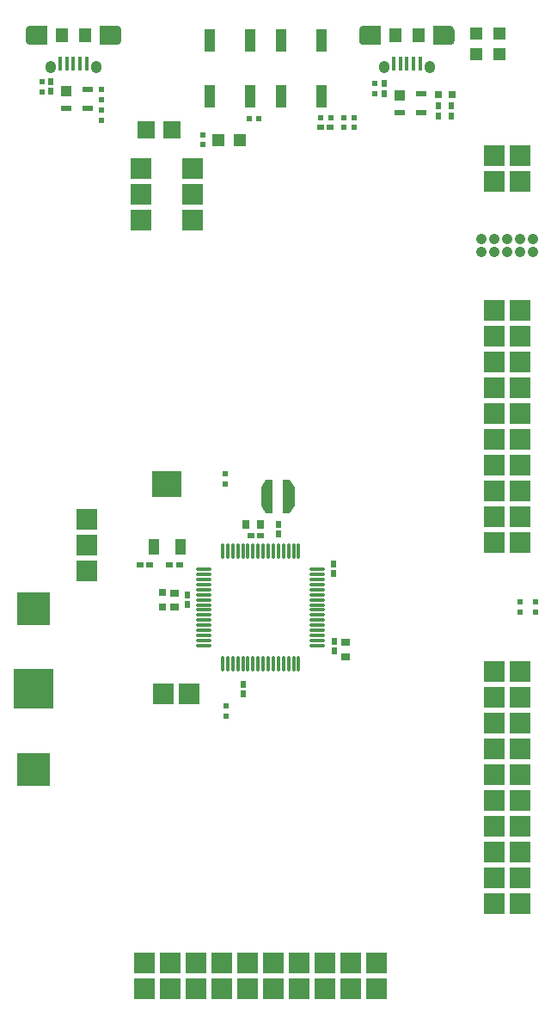
<source format=gtp>
G04 Layer_Color=8421504*
%FSLAX43Y43*%
%MOMM*%
G71*
G01*
G75*
%ADD13R,0.400X1.350*%
%ADD14R,3.200X3.200*%
%ADD15R,4.000X4.000*%
%ADD16R,1.000X2.250*%
%ADD17R,1.000X1.600*%
%ADD18R,3.000X2.500*%
%ADD19O,0.300X1.650*%
%ADD20O,1.650X0.300*%
%ADD21R,1.200X1.200*%
%ADD22R,1.100X0.600*%
%ADD23R,1.100X1.000*%
%ADD24R,0.700X3.300*%
%ADD28R,0.500X0.650*%
%ADD29R,0.550X0.600*%
%ADD30R,0.850X0.800*%
%ADD31R,0.600X0.550*%
%ADD32R,0.650X0.500*%
%ADD33R,0.700X0.700*%
%ADD34R,1.200X1.200*%
%ADD35R,0.700X0.700*%
%ADD36R,0.800X0.850*%
G04:AMPARAMS|DCode=105|XSize=2.1mm|YSize=1.9mm|CornerRadius=0.494mm|HoleSize=0mm|Usage=FLASHONLY|Rotation=180.000|XOffset=0mm|YOffset=0mm|HoleType=Round|Shape=RoundedRectangle|*
%AMROUNDEDRECTD105*
21,1,2.100,0.912,0,0,180.0*
21,1,1.112,1.900,0,0,180.0*
1,1,0.988,-0.556,0.456*
1,1,0.988,0.556,0.456*
1,1,0.988,0.556,-0.456*
1,1,0.988,-0.556,-0.456*
%
%ADD105ROUNDEDRECTD105*%
G04:AMPARAMS|DCode=106|XSize=1.05mm|YSize=1.25mm|CornerRadius=0.525mm|HoleSize=0mm|Usage=FLASHONLY|Rotation=180.000|XOffset=0mm|YOffset=0mm|HoleType=Round|Shape=RoundedRectangle|*
%AMROUNDEDRECTD106*
21,1,1.050,0.200,0,0,180.0*
21,1,0.000,1.250,0,0,180.0*
1,1,1.050,0.000,0.100*
1,1,1.050,0.000,0.100*
1,1,1.050,0.000,-0.100*
1,1,1.050,0.000,-0.100*
%
%ADD106ROUNDEDRECTD106*%
%ADD107R,2.100X2.100*%
%ADD108R,2.100X2.100*%
%ADD109C,1.050*%
%ADD110R,1.700X1.700*%
%ADD111R,1.300X1.400*%
G36*
X-51034Y-2625D02*
X-52634D01*
X-52682Y-2621D01*
X-52735Y-2614D01*
X-52788Y-2599D01*
X-52831Y-2583D01*
X-52873Y-2563D01*
X-52917Y-2535D01*
X-52955Y-2506D01*
X-52994Y-2472D01*
X-53023Y-2436D01*
X-53051Y-2399D01*
X-53075Y-2358D01*
X-53095Y-2316D01*
X-53111Y-2274D01*
X-53123Y-2223D01*
X-53130Y-2178D01*
X-53134Y-2125D01*
Y-1225D01*
X-53130Y-1170D01*
X-53122Y-1125D01*
X-53110Y-1075D01*
X-53094Y-1035D01*
X-53081Y-1002D01*
X-53056Y-959D01*
X-53030Y-922D01*
X-52999Y-884D01*
X-52954Y-843D01*
X-52914Y-813D01*
X-52868Y-784D01*
X-52815Y-760D01*
X-52728Y-734D01*
X-52634Y-725D01*
X-51034D01*
Y-2625D01*
D02*
G37*
G36*
X-26650Y-46175D02*
Y-47975D01*
X-27100Y-48725D01*
X-27800D01*
Y-45425D01*
X-27100D01*
X-26650Y-46175D01*
D02*
G37*
G36*
X-28800Y-48725D02*
X-29500D01*
X-29950Y-47975D01*
Y-46175D01*
X-29500Y-45425D01*
X-28800D01*
Y-48725D01*
D02*
G37*
G36*
X-11352Y-729D02*
X-11299Y-736D01*
X-11246Y-751D01*
X-11203Y-767D01*
X-11161Y-787D01*
X-11117Y-815D01*
X-11079Y-844D01*
X-11040Y-878D01*
X-11011Y-914D01*
X-10983Y-951D01*
X-10959Y-992D01*
X-10939Y-1034D01*
X-10923Y-1076D01*
X-10911Y-1127D01*
X-10904Y-1172D01*
X-10900Y-1225D01*
Y-2125D01*
X-10904Y-2180D01*
X-10912Y-2225D01*
X-10924Y-2275D01*
X-10940Y-2315D01*
X-10953Y-2348D01*
X-10978Y-2391D01*
X-11004Y-2428D01*
X-11035Y-2466D01*
X-11080Y-2507D01*
X-11120Y-2537D01*
X-11166Y-2566D01*
X-11219Y-2590D01*
X-11306Y-2616D01*
X-11400Y-2625D01*
X-13000D01*
Y-725D01*
X-11400D01*
X-11352Y-729D01*
D02*
G37*
G36*
X-18200Y-2625D02*
X-19800D01*
X-19848Y-2621D01*
X-19901Y-2614D01*
X-19954Y-2599D01*
X-19997Y-2583D01*
X-20039Y-2563D01*
X-20083Y-2535D01*
X-20121Y-2506D01*
X-20160Y-2472D01*
X-20189Y-2436D01*
X-20217Y-2399D01*
X-20241Y-2358D01*
X-20261Y-2316D01*
X-20277Y-2274D01*
X-20289Y-2223D01*
X-20296Y-2178D01*
X-20300Y-2125D01*
Y-1225D01*
X-20296Y-1170D01*
X-20288Y-1125D01*
X-20276Y-1075D01*
X-20260Y-1035D01*
X-20247Y-1002D01*
X-20222Y-959D01*
X-20196Y-922D01*
X-20165Y-884D01*
X-20120Y-843D01*
X-20080Y-813D01*
X-20034Y-784D01*
X-19981Y-760D01*
X-19894Y-734D01*
X-19800Y-725D01*
X-18200D01*
Y-2625D01*
D02*
G37*
G36*
X-44186Y-729D02*
X-44133Y-736D01*
X-44080Y-751D01*
X-44037Y-767D01*
X-43995Y-787D01*
X-43951Y-815D01*
X-43913Y-844D01*
X-43874Y-878D01*
X-43845Y-914D01*
X-43817Y-951D01*
X-43793Y-992D01*
X-43773Y-1034D01*
X-43757Y-1076D01*
X-43745Y-1127D01*
X-43738Y-1172D01*
X-43734Y-1225D01*
Y-2125D01*
X-43738Y-2180D01*
X-43746Y-2225D01*
X-43758Y-2275D01*
X-43774Y-2315D01*
X-43787Y-2348D01*
X-43812Y-2391D01*
X-43838Y-2428D01*
X-43869Y-2466D01*
X-43914Y-2507D01*
X-43954Y-2537D01*
X-44000Y-2566D01*
X-44053Y-2590D01*
X-44140Y-2616D01*
X-44234Y-2625D01*
X-45834D01*
Y-725D01*
X-44234D01*
X-44186Y-729D01*
D02*
G37*
D13*
X-48434Y-4475D02*
D03*
X-47784D02*
D03*
X-49734D02*
D03*
X-49084D02*
D03*
X-47134D02*
D03*
X-15600D02*
D03*
X-14950D02*
D03*
X-16900D02*
D03*
X-16250D02*
D03*
X-14300D02*
D03*
D14*
X-52375Y-73940D02*
D03*
Y-58140D02*
D03*
D15*
Y-66040D02*
D03*
D16*
X-28000Y-7650D02*
D03*
Y-2150D02*
D03*
X-24000D02*
D03*
Y-7650D02*
D03*
X-35000D02*
D03*
Y-2150D02*
D03*
X-31000D02*
D03*
Y-7650D02*
D03*
D17*
X-37925Y-52075D02*
D03*
X-40525D02*
D03*
D18*
X-39225Y-45825D02*
D03*
D19*
X-33750Y-52425D02*
D03*
X-33250D02*
D03*
X-32750D02*
D03*
X-32250D02*
D03*
X-31750D02*
D03*
X-31250D02*
D03*
X-30750D02*
D03*
X-30250D02*
D03*
X-29750D02*
D03*
X-29250D02*
D03*
X-28750D02*
D03*
X-28250D02*
D03*
X-27750D02*
D03*
X-27250D02*
D03*
X-26750D02*
D03*
X-26250D02*
D03*
Y-63575D02*
D03*
X-26750D02*
D03*
X-27250D02*
D03*
X-27750D02*
D03*
X-28250D02*
D03*
X-28750D02*
D03*
X-29250D02*
D03*
X-29750D02*
D03*
X-30250D02*
D03*
X-30750D02*
D03*
X-31250D02*
D03*
X-31750D02*
D03*
X-32250D02*
D03*
X-32750D02*
D03*
X-33250D02*
D03*
X-33750D02*
D03*
D20*
X-24425Y-54250D02*
D03*
Y-54750D02*
D03*
Y-56250D02*
D03*
Y-56750D02*
D03*
Y-57250D02*
D03*
Y-57750D02*
D03*
Y-58250D02*
D03*
Y-58750D02*
D03*
Y-59250D02*
D03*
Y-59750D02*
D03*
Y-60250D02*
D03*
Y-60750D02*
D03*
Y-61250D02*
D03*
Y-61750D02*
D03*
X-35575D02*
D03*
Y-61250D02*
D03*
Y-60750D02*
D03*
Y-60250D02*
D03*
Y-59750D02*
D03*
Y-59250D02*
D03*
Y-58750D02*
D03*
Y-58250D02*
D03*
Y-57750D02*
D03*
Y-57250D02*
D03*
Y-56750D02*
D03*
Y-56250D02*
D03*
Y-55750D02*
D03*
Y-55250D02*
D03*
Y-54750D02*
D03*
Y-54250D02*
D03*
X-24425Y-55250D02*
D03*
Y-55750D02*
D03*
D21*
X-8750Y-1450D02*
D03*
Y-3550D02*
D03*
X-6500Y-1450D02*
D03*
Y-3550D02*
D03*
D22*
X-49150Y-8878D02*
D03*
X-47050D02*
D03*
Y-6978D02*
D03*
X-16316Y-9300D02*
D03*
X-14216D02*
D03*
Y-7400D02*
D03*
D23*
X-49150Y-7178D02*
D03*
X-16316Y-7600D02*
D03*
D24*
X-29150Y-47075D02*
D03*
X-27450D02*
D03*
D28*
X-22775Y-62300D02*
D03*
Y-61350D02*
D03*
X-11225Y-9575D02*
D03*
Y-8625D02*
D03*
X-12525Y-9575D02*
D03*
Y-8625D02*
D03*
X-17825Y-6425D02*
D03*
Y-7375D02*
D03*
X-31750Y-66525D02*
D03*
Y-65575D02*
D03*
X-22800Y-54675D02*
D03*
Y-53725D02*
D03*
X-28250Y-49850D02*
D03*
Y-50800D02*
D03*
X-37225Y-56775D02*
D03*
Y-57725D02*
D03*
X-50650Y-6228D02*
D03*
Y-7178D02*
D03*
D29*
X-33495Y-44825D02*
D03*
Y-45825D02*
D03*
X-4430Y-58440D02*
D03*
Y-57440D02*
D03*
X-2921Y-58440D02*
D03*
Y-57440D02*
D03*
X-18725Y-7400D02*
D03*
Y-6400D02*
D03*
X-35675Y-11450D02*
D03*
Y-12450D02*
D03*
X-51550Y-7203D02*
D03*
Y-6203D02*
D03*
X-33375Y-68700D02*
D03*
Y-67700D02*
D03*
X-45650Y-10000D02*
D03*
Y-9000D02*
D03*
Y-7975D02*
D03*
Y-6975D02*
D03*
D30*
X-38450Y-56575D02*
D03*
Y-57975D02*
D03*
X-21600Y-62850D02*
D03*
Y-61450D02*
D03*
D31*
X-31150Y-9850D02*
D03*
X-30150D02*
D03*
X-24100Y-9800D02*
D03*
X-23100D02*
D03*
X-20811D02*
D03*
X-21811D02*
D03*
Y-10700D02*
D03*
X-20811D02*
D03*
D32*
X-24075Y-10675D02*
D03*
X-23125D02*
D03*
X-38950Y-53775D02*
D03*
X-38000D02*
D03*
X-40900D02*
D03*
X-41850D02*
D03*
X-30950Y-50900D02*
D03*
X-30000D02*
D03*
D33*
X-11125Y-7500D02*
D03*
X-12525D02*
D03*
D34*
X-34150Y-12000D02*
D03*
X-32050D02*
D03*
D35*
X-39700Y-56550D02*
D03*
Y-57950D02*
D03*
D36*
X-31425Y-49800D02*
D03*
X-30025D02*
D03*
D105*
X-44784Y-1675D02*
D03*
X-52084D02*
D03*
X-11950D02*
D03*
X-19250D02*
D03*
D106*
X-46209Y-4800D02*
D03*
X-50659D02*
D03*
X-13375D02*
D03*
X-17825D02*
D03*
D107*
X-39595Y-66550D02*
D03*
X-37055D02*
D03*
X-28730Y-95570D02*
D03*
Y-93030D02*
D03*
X-26190Y-95570D02*
D03*
Y-93030D02*
D03*
X-23650Y-95570D02*
D03*
Y-93030D02*
D03*
X-21110Y-95570D02*
D03*
Y-93030D02*
D03*
X-18570Y-95570D02*
D03*
X-31270Y-93030D02*
D03*
Y-95570D02*
D03*
X-33810Y-93030D02*
D03*
Y-95570D02*
D03*
X-36350Y-93030D02*
D03*
Y-95570D02*
D03*
X-38890Y-93030D02*
D03*
Y-95570D02*
D03*
X-41430Y-93030D02*
D03*
Y-95570D02*
D03*
X-18570Y-93030D02*
D03*
D108*
X-6970Y-13490D02*
D03*
X-4430D02*
D03*
X-6970Y-16030D02*
D03*
X-4430D02*
D03*
X-6970Y-64290D02*
D03*
X-4430Y-87150D02*
D03*
X-6970D02*
D03*
X-4430Y-84610D02*
D03*
X-6970D02*
D03*
X-4430Y-82070D02*
D03*
X-6970D02*
D03*
X-4430Y-79530D02*
D03*
X-6970D02*
D03*
X-4430Y-76990D02*
D03*
X-6970D02*
D03*
X-4430Y-64290D02*
D03*
X-6970Y-66830D02*
D03*
X-4430D02*
D03*
X-6970Y-69370D02*
D03*
X-4430D02*
D03*
X-6970Y-71910D02*
D03*
X-4430D02*
D03*
X-6970Y-74450D02*
D03*
X-4430D02*
D03*
X-6970Y-28730D02*
D03*
X-4430Y-51590D02*
D03*
X-6970D02*
D03*
X-4430Y-49050D02*
D03*
X-6970D02*
D03*
X-4430Y-46510D02*
D03*
X-6970D02*
D03*
X-4430Y-43970D02*
D03*
X-6970D02*
D03*
X-4430Y-41430D02*
D03*
X-6970D02*
D03*
X-4430Y-28730D02*
D03*
X-6970Y-31270D02*
D03*
X-4430D02*
D03*
X-6970Y-33810D02*
D03*
X-4430D02*
D03*
X-6970Y-36350D02*
D03*
X-4430D02*
D03*
X-6970Y-38890D02*
D03*
X-4430D02*
D03*
X-47156Y-54401D02*
D03*
Y-51861D02*
D03*
Y-49321D02*
D03*
X-41776Y-14760D02*
D03*
Y-17300D02*
D03*
Y-19840D02*
D03*
X-36696Y-14760D02*
D03*
Y-17300D02*
D03*
Y-19840D02*
D03*
D109*
X-8240Y-21740D02*
D03*
X-6970D02*
D03*
X-5700D02*
D03*
X-4430D02*
D03*
X-3160D02*
D03*
Y-23010D02*
D03*
X-4430D02*
D03*
X-5700D02*
D03*
X-6970D02*
D03*
X-8240D02*
D03*
D110*
X-41270Y-10950D02*
D03*
X-38730D02*
D03*
D111*
X-47284Y-1675D02*
D03*
X-49584D02*
D03*
X-14450D02*
D03*
X-16750D02*
D03*
M02*

</source>
